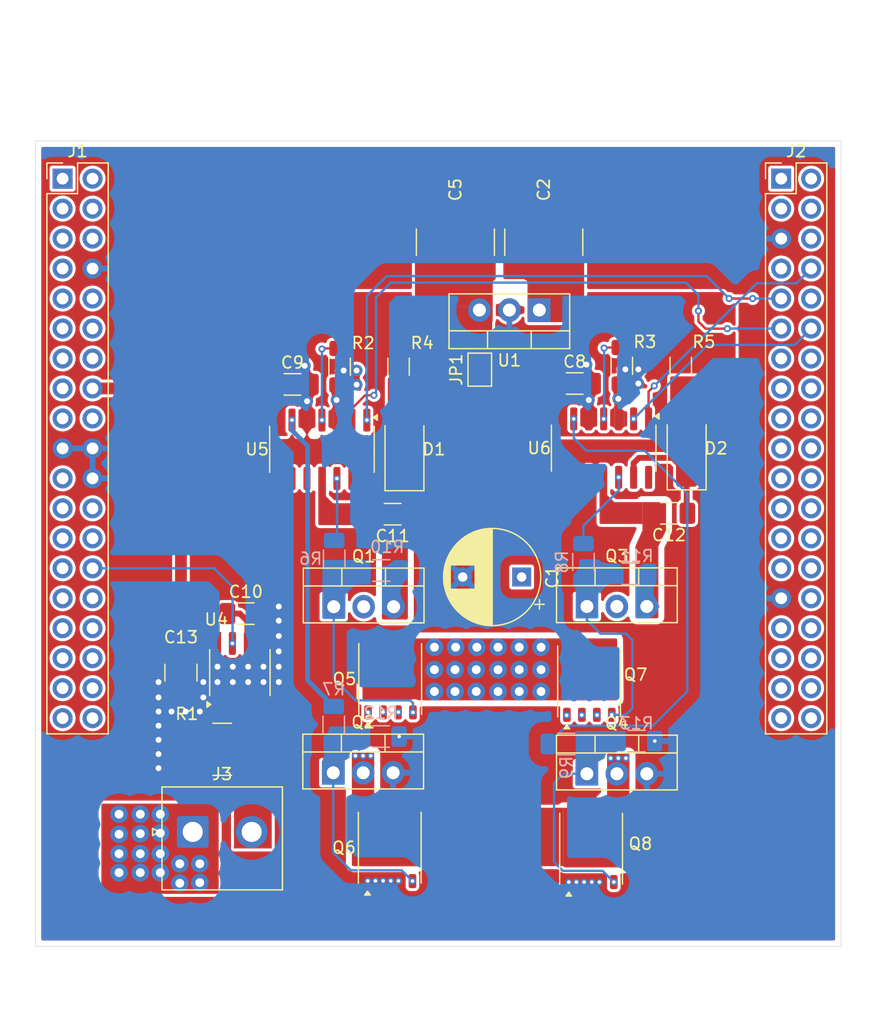
<source format=kicad_pcb>
(kicad_pcb (version 20240108) (generator "pcbnew") (generator_version "8.0")
  (title_block (title "Cosmopilot ESC") (date "2024-12-24") (rev "v0.0.1") (company "Cosmopilot"))
  (layers (0 "F.Cu" signal) (1 "In1.Cu" power "GND") (2 "In2.Cu" power "VCC") (31 "B.Cu" signal) (34 "B.Paste" user) (35 "F.Paste" user) (36 "B.SilkS" user "B.Silkscreen") (37 "F.SilkS" user "F.Silkscreen") (38 "B.Mask" user) (39 "F.Mask" user) (44 "Edge.Cuts" user))
  (net 0 "")
  (net 1 "Net-(Q1-G)")
  (net 2 "M1+")
  (net 3 "+BATT")
  (net 4 "Net-(Q2-G)")
  (net 5 "M1-")
  (net 6 "Net-(Q3-G)")
  (net 7 "GND")
  (net 8 "M1-LIN")
  (net 9 "M1-HIN")
  (net 10 "+10V")
  (net 11 "M1+LIN")
  (net 12 "Net-(D1-K)")
  (net 13 "M1+HIN")
  (net 14 "Net-(JP1-A)")
  (net 15 "+3.3V")
  (net 16 "CURRENT_SENSE1")
  (net 17 "Net-(D1-A)")
  (net 18 "Net-(U4-FILTER)")
  (net 19 "/+5V")
  (net 20 "/VDD")
  (net 21 "/PC12")
  (net 22 "/PD2")
  (net 23 "/PC10")
  (net 24 "/PD1")
  (net 25 "/IOREF")
  (net 26 "/PD5")
  (net 27 "/PB11")
  (net 28 "/PD0")
  (net 29 "/PA15")
  (net 30 "/PA13")
  (net 31 "/NRST")
  (net 32 "/PA14")
  (net 33 "/PD3")
  (net 34 "/PB1")
  (net 35 "/PA1")
  (net 36 "/E5V")
  (net 37 "/PD4")
  (net 38 "/PB12")
  (net 39 "/PC11")
  (net 40 "/PA4")
  (net 41 "/PB8")
  (net 42 "/PB5")
  (net 43 "/PB6")
  (net 44 "/PB4")
  (net 45 "/PA2")
  (net 46 "/PC1")
  (net 47 "/PB2")
  (net 48 "/PC5")
  (net 49 "/5V-USB-CHG")
  (net 50 "/PA5")
  (net 51 "/AVDD")
  (net 52 "/PB13")
  (net 53 "/PA12")
  (net 54 "/PC4")
  (net 55 "/PA3")
  (net 56 "Net-(D2-K)")
  (net 57 "/PD6")
  (net 58 "/PC8")
  (net 59 "/PC7")
  (net 60 "/PB15")
  (net 61 "Net-(D2-A)")
  (net 62 "Net-(J3-Pin_2)")
  (net 63 "/PA10")
  (net 64 "/PA11")
  (net 65 "/PA6")
  (net 66 "/PC0")
  (net 67 "/AGND")
  (net 68 "Net-(U5-DT)")
  (net 69 "/PC9")
  (net 70 "/PB3")
  (net 71 "/PD8")
  (net 72 "/PB9")
  (net 73 "/PD9")
  (net 74 "/PB10")
  (net 75 "/PB14")
  (net 76 "/PC6")
  (net 77 "Net-(Q4-G)")
  (net 78 "Net-(U6-DT)")
  (net 79 "Net-(U5-HO)")
  (net 80 "Net-(U5-LO)")
  (net 81 "Net-(U6-HO)")
  (net 82 "Net-(U6-LO)")
  (net 91 "/PF0")
  (net 92 "/PB7")
  (net 93 "/PF1")
  (net 94 "/VBAT")
  (net 95 "/PC3")
  (net 96 "/PC13")
  (net 97 "/PC15")
  (net 98 "/PC2")
  (net 99 "/PC14")
  (footprint "Capacitor_SMD:C_1206_3216Metric_Pad1.33x1.80mm_HandSolder" (layer "F.Cu") (at 114 96)
    (property "Reference" "C10")
    (property "Value" "C")
  )
  (footprint "Capacitor_SMD:C_1825_4564Metric_Pad1.57x6.80mm_HandSolder" (layer "F.Cu") (at 139.28 64.52 90)
    (property "Reference" "C2")
    (property "Value" "C")
  )
  (footprint "Package_SON:Infineon_PG-TDSON-8_6.15x5.15mm" (layer "F.Cu") (at 143.145 101.75 90)
    (property "Reference" "Q7")
    (property "Value" "CSD18540Q5B")
  )
  (footprint "Package_SO:SOIC-14_3.9x8.7mm_P1.27mm" (layer "F.Cu") (at 144.36 81.975 -90)
    (property "Reference" "U6")
    (property "Value" "~")
  )
  (footprint "Capacitor_SMD:C_1206_3216Metric_Pad1.33x1.80mm_HandSolder" (layer "F.Cu") (at 141.9 76.5)
    (property "Reference" "C8")
    (property "Value" "C")
  )
  (footprint "Package_TO_SOT_THT:TO-220-3_Vertical" (layer "F.Cu") (at 142.94 109.57)
    (property "Reference" "Q4")
    (property "Value" "IRLZ44N")
  )
  (footprint "Package_SO:SOIC-14_3.9x8.7mm_P1.27mm" (layer "F.Cu") (at 120.46 82.075 -90)
    (property "Reference" "U5")
    (property "Value" "~")
  )
  (footprint "Capacitor_SMD:C_1210_3225Metric_Pad1.33x2.70mm_HandSolder" (layer "F.Cu") (at 108.5 101 -90)
    (property "Reference" "C13")
    (property "Value" "C")
  )
  (footprint "Jumper:SolderJumper-2_P1.3mm_Open_TrianglePad1.0x1.5mm" (layer "F.Cu") (at 133.85 75.325 -90)
    (property "Reference" "JP1")
    (property "Value" "10v jump")
  )
  (footprint "Package_TO_SOT_THT:TO-220-3_Vertical" (layer "F.Cu") (at 121.46 95.415)
    (property "Reference" "Q1")
    (property "Value" "IRLZ44N")
  )
  (footprint "Package_SON:Infineon_PG-TDSON-8_6.15x5.15mm" (layer "F.Cu") (at 126.275 101.545 90)
    (property "Reference" "Q5")
    (property "Value" "CSD18540Q5B")
  )
  (footprint "Resistor_SMD:R_2816_7142Metric_Pad3.20x4.45mm_HandSolder" (layer "F.Cu") (at 112 107.5)
    (property "Reference" "R1")
    (property "Value" "R_shunt")
  )
  (footprint "Package_SO:SOIC-8_3.9x4.9mm_P1.27mm" (layer "F.Cu") (at 113.5 101 90)
    (property "Reference" "U4")
    (property "Value" "ACS712xLCTR-30A")
  )
  (footprint "Connector_PinHeader_2.54mm:PinHeader_2x19_P2.54mm_Vertical" (layer "F.Cu") (at 159.42 59.14)
    (property "Reference" "J2")
    (property "Value" "Morph Connector")
  )
  (footprint "Package_TO_SOT_THT:TO-220-3_Vertical" (layer "F.Cu") (at 142.94 95.395)
    (property "Reference" "Q3")
    (property "Value" "IRLZ44N")
  )
  (footprint "Capacitor_THT:CP_Radial_D8.0mm_P5.00mm" (layer "F.Cu") (at 137.402651 92.9 180)
    (property "Reference" "C1")
    (property "Value" "C_Polarized")
  )
  (footprint "Resistor_SMD:R_1206_3216Metric_Pad1.30x1.75mm_HandSolder" (layer "F.Cu") (at 126.96 75.075 -90)
    (property "Reference" "R4")
    (property "Value" "R")
  )
  (footprint "Capacitor_SMD:C_1206_3216Metric_Pad1.33x1.80mm_HandSolder" (layer "F.Cu") (at 126.46 87.575 180)
    (property "Reference" "C11")
    (property "Value" "C")
  )
  (footprint "Resistor_SMD:R_1206_3216Metric_Pad1.30x1.75mm_HandSolder" (layer "F.Cu") (at 121.96 75.075 90)
    (property "Reference" "R2")
    (property "Value" "R")
  )
  (footprint "Package_TO_SOT_THT:TO-220-3_Vertical" (layer "F.Cu") (at 138.9 70.275 180)
    (property "Reference" "U1")
    (property "Value" "LM7810_TO220")
  )
  (footprint "Package_SON:Infineon_PG-TDSON-8_6.15x5.15mm" (layer "F.Cu") (at 126.235 115.84 90)
    (property "Reference" "Q6")
    (property "Value" "CSD18540Q5B")
  )
  (footprint "Capacitor_SMD:C_1206_3216Metric_Pad1.33x1.80mm_HandSolder" (layer "F.Cu") (at 149.9 87.5 180)
    (property "Reference" "C12")
    (property "Value" "C")
  )
  (footprint "Connector_JST:JST_NV_B02P-NV_1x02_P5.00mm_Vertical" (layer "F.Cu") (at 109.5 114.5)
    (property "Reference" "J3")
    (property "Value" "batt input")
  )
  (footprint "Diode_SMD:D_SMA" (layer "F.Cu") (at 151.4 82 90)
    (property "Reference" "D2")
    (property "Value" "SS34")
  )
  (footprint "Resistor_SMD:R_1206_3216Metric_Pad1.30x1.75mm_HandSolder" (layer "F.Cu") (at 150.9 75 -90)
    (property "Reference" "R5")
    (property "Value" "R")
  )
  (footprint "Diode_SMD:D_SMA" (layer "F.Cu") (at 127.46 82.075 90)
    (property "Reference" "D1")
    (property "Value" "SS34")
  )
  (footprint "Connector_PinHeader_2.54mm:PinHeader_2x19_P2.54mm_Vertical" (layer "F.Cu") (at 98.46 59.14)
    (property "Reference" "J1")
    (property "Value" "Morph Connector")
  )
  (footprint "Package_TO_SOT_THT:TO-220-3_Vertical" (layer "F.Cu") (at 121.42 109.485)
    (property "Reference" "Q2")
    (property "Value" "IRLZ44N")
  )
  (footprint "Resistor_SMD:R_1206_3216Metric_Pad1.30x1.75mm_HandSolder" (layer "F.Cu") (at 145.9 75 90)
    (property "Reference" "R3")
    (property "Value" "R")
  )
  (footprint "Capacitor_SMD:C_1825_4564Metric_Pad1.57x6.80mm_HandSolder" (layer "F.Cu") (at 131.78 64.52 90)
    (property "Reference" "C5")
    (property "Value" "C")
  )
  (footprint "Package_SON:Infineon_PG-TDSON-8_6.15x5.15mm" (layer "F.Cu") (at 143.315 115.925 90)
    (property "Reference" "Q8")
    (property "Value" "CSD18540Q5B")
  )
  (footprint "Capacitor_SMD:C_1206_3216Metric_Pad1.33x1.80mm_HandSolder" (layer "F.Cu") (at 117.96 76.575)
    (property "Reference" "C9")
    (property "Value" "C")
  )
  (footprint "Resistor_SMD:R_1206_3216Metric_Pad1.30x1.75mm_HandSolder" (layer "B.Cu") (at 125.46 106.415)
    (property "Reference" "R12")
    (property "Value" "R")
  )
  (footprint "Resistor_SMD:R_1206_3216Metric_Pad1.30x1.75mm_HandSolder" (layer "B.Cu") (at 125.5 92.345)
    (property "Reference" "R10")
    (property "Value" "R")
  )
  (footprint "Resistor_SMD:R_1206_3216Metric_Pad1.30x1.75mm_HandSolder" (layer "B.Cu") (at 121.5 91.345 -90)
    (property "Reference" "R6")
    (property "Value" "R")
  )
  (footprint "Resistor_SMD:R_1206_3216Metric_Pad1.30x1.75mm_HandSolder" (layer "B.Cu") (at 121.46 105.415 -90)
    (property "Reference" "R7")
    (property "Value" "R")
  )
  (footprint "Resistor_SMD:R_1206_3216Metric_Pad1.30x1.75mm_HandSolder" (layer "B.Cu") (at 142.645 91.625 -90)
    (property "Reference" "R8")
    (property "Value" "R")
  )
  (footprint "Resistor_SMD:R_1206_3216Metric_Pad1.30x1.75mm_HandSolder" (layer "B.Cu") (at 146.645 92.625)
    (property "Reference" "R11")
    (property "Value" "R")
  )
  (footprint "Resistor_SMD:R_1206_3216Metric_Pad1.30x1.75mm_HandSolder" (layer "B.Cu") (at 147.145 106.8)
    (property "Reference" "R13")
    (property "Value" "R")
  )
  (footprint "Resistor_SMD:R_1206_3216Metric_Pad1.30x1.75mm_HandSolder" (layer "B.Cu") (at 141.2 107.05)
    (property "Reference" "R9")
    (property "Value" "R")
  )
  (gr_rect (start 96.15 55.95) (end 164.5 124.2) (stroke (width 0.05)) (fill none) (layer "Edge.Cuts"))
  (via (at 128.18 104.37) (size 0.6) (drill 0.3) (layers "F.Cu" "B.Cu") (net 1))
  (segment (start 122.05 92.345) (end 121.5 92.895) (width 0.2) (layer "B.Cu") (net 1))
  (segment (start 121.46 95.415) (end 121.46 101.51) (width 0.2) (layer "B.Cu") (net 1))
  (segment (start 121.5 95.375) (end 121.46 95.415) (width 0.2) (layer "B.Cu") (net 1))
  (segment (start 127.95 103.35) (end 128.18 103.58) (width 0.2) (layer "B.Cu") (net 1))
  (segment (start 128.18 103.58) (end 128.18 104.37) (width 0.2) (layer "B.Cu") (net 1))
  (segment (start 121.46 101.51) (end 123.3 103.35) (width 0.2) (layer "B.Cu") (net 1))
  (segment (start 123.3 103.35) (end 127.95 103.35) (width 0.2) (layer "B.Cu") (net 1))
  (via (at 123.95 108.05) (size 0.6) (drill 0.3) (layers "F.Cu" "B.Cu") (net 2))
  (via (at 126.95 104.35) (size 0.6) (drill 0.3) (layers "F.Cu" "B.Cu") (net 2))
  (via (at 124.37 104.37) (size 0.6) (drill 0.3) (layers "F.Cu" "B.Cu") (net 2))
  (via (at 123.3 108.05) (size 0.6) (drill 0.3) (layers "F.Cu" "B.Cu") (net 2))
  (via (at 124.6 108.05) (size 0.6) (drill 0.3) (layers "F.Cu" "B.Cu") (net 2))
  (via (at 125.65 104.35) (size 0.6) (drill 0.3) (layers "F.Cu" "B.Cu") (net 2))
  (segment (start 127.05 94.905) (end 126.54 95.415) (width 0.2) (layer "B.Cu") (net 2))
  (via (at 135.4 100.75) (size 1.5) (drill 0.75) (layers "F.Cu" "B.Cu") (net 3))
  (via (at 130 102.6) (size 1.5) (drill 0.75) (layers "F.Cu" "B.Cu") (net 3))
  (via (at 106.75 116.35) (size 1.5) (drill 0.75) (layers "F.Cu" "B.Cu") (net 3))
  (via (at 133.6 98.85) (size 1.5) (drill 0.75) (layers "F.Cu" "B.Cu") (net 3))
  (via (at 105.05 113) (size 1.5) (drill 0.75) (layers "F.Cu" "B.Cu") (net 3))
  (via (at 103.25 117.95) (size 1.5) (drill 0.75) (layers "F.Cu" "B.Cu") (net 3))
  (via (at 131.8 98.85) (size 1.5) (drill 0.75) (layers "F.Cu" "B.Cu") (net 3))
  (via (at 103.25 113) (size 1.5) (drill 0.75) (layers "F.Cu" "B.Cu") (net 3))
  (via (at 135.4 98.85) (size 1.5) (drill 0.75) (layers "F.Cu" "B.Cu") (net 3))
  (via (at 131.75 102.6) (size 1.5) (drill 0.75) (layers "F.Cu" "B.Cu") (net 3))
  (via (at 137.2 102.6) (size 1.5) (drill 0.75) (layers "F.Cu" "B.Cu") (net 3))
  (via (at 137.2 100.75) (size 1.5) (drill 0.75) (layers "F.Cu" "B.Cu") (net 3))
  (via (at 103.25 116.35) (size 1.5) (drill 0.75) (layers "F.Cu" "B.Cu") (net 3))
  (via (at 139.05 100.75) (size 1.5) (drill 0.75) (layers "F.Cu" "B.Cu") (net 3))
  (via (at 133.55 100.75) (size 1.5) (drill 0.75) (layers "F.Cu" "B.Cu") (net 3))
  (via (at 110.1 118.8) (size 1.5) (drill 0.75) (layers "F.Cu" "B.Cu") (net 3))
  (via (at 105.05 114.65) (size 1.5) (drill 0.75) (layers "F.Cu" "B.Cu") (net 3))
  (via (at 139.05 98.85) (size 1.5) (drill 0.75) (layers "F.Cu" "B.Cu") (net 3))
  (via (at 106.75 113) (size 1.5) (drill 0.75) (layers "F.Cu" "B.Cu") (net 3))
  (via (at 139.05 102.6) (size 1.5) (drill 0.75) (layers "F.Cu" "B.Cu") (net 3))
  (via (at 103.25 114.7) (size 1.5) (drill 0.75) (layers "F.Cu" "B.Cu") (net 3))
  (via (at 105.05 116.35) (size 1.5) (drill 0.75) (layers "F.Cu" "B.Cu") (net 3))
  (via (at 108.4 117.2) (size 1.5) (drill 0.75) (layers "F.Cu" "B.Cu") (net 3))
  (via (at 106.75 114.6) (size 1.5) (drill 0.75) (layers "F.Cu" "B.Cu") (net 3))
  (via (at 130 98.85) (size 1.5) (drill 0.75) (layers "F.Cu" "B.Cu") (net 3))
  (via (at 131.75 100.75) (size 1.5) (drill 0.75) (layers "F.Cu" "B.Cu") (net 3))
  (via (at 106.75 117.95) (size 1.5) (drill 0.75) (layers "F.Cu" "B.Cu") (net 3))
  (via (at 105.05 117.95) (size 1.5) (drill 0.75) (layers "F.Cu" "B.Cu") (net 3))
  (via (at 135.4 102.6) (size 1.5) (drill 0.75) (layers "F.Cu" "B.Cu") (net 3))
  (via (at 133.55 102.6) (size 1.5) (drill 0.75) (layers "F.Cu" "B.Cu") (net 3))
  (via (at 108.4 118.85) (size 1.5) (drill 0.75) (layers "F.Cu" "B.Cu") (net 3))
  (via (at 110.1 117.2) (size 1.5) (drill 0.75) (layers "F.Cu" "B.Cu") (net 3))
  (via (at 137.2 98.85) (size 1.5) (drill 0.75) (layers "F.Cu" "B.Cu") (net 3))
  (via (at 130 100.75) (size 1.5) (drill 0.75) (layers "F.Cu" "B.Cu") (net 3))
  (via (at 128.14 118.665) (size 0.6) (drill 0.3) (layers "F.Cu" "B.Cu") (net 4))
  (segment (start 121.42 109.485) (end 121.42 116.27) (width 0.2) (layer "B.Cu") (net 4))
  (segment (start 121.42 116.27) (end 122.9 117.75) (width 0.2) (layer "B.Cu") (net 4))
  (segment (start 127.225 117.75) (end 128.14 118.665) (width 0.2) (layer "B.Cu") (net 4))
  (segment (start 122.9 117.75) (end 127.225 117.75) (width 0.2) (layer "B.Cu") (net 4))
  (via (at 145.6 108.25) (size 0.6) (drill 0.3) (layers "F.Cu" "B.Cu") (net 5))
  (via (at 141.22 104.62) (size 0.6) (drill 0.3) (layers "F.Cu" "B.Cu") (net 5))
  (via (at 142.5 104.6) (size 0.6) (drill 0.3) (layers "F.Cu" "B.Cu") (net 5))
  (via (at 143.8 104.6) (size 0.6) (drill 0.3) (layers "F.Cu" "B.Cu") (net 5))
  (via (at 144.95 108.25) (size 0.6) (drill 0.3) (layers "F.Cu" "B.Cu") (net 5))
  (via (at 146.25 108.25) (size 0.6) (drill 0.3) (layers "F.Cu" "B.Cu") (net 5))
  (via (at 145.05 104.575) (size 0.6) (drill 0.3) (layers "F.Cu" "B.Cu") (net 6))
  (segment (start 146.8 98.25) (end 146.8 104) (width 0.2) (layer "B.Cu") (net 6))
  (segment (start 146.25 97.7) (end 146.8 98.25) (width 0.2) (layer "B.Cu") (net 6))
  (segment (start 146.225 104.575) (end 145.05 104.575) (width 0.2) (layer "B.Cu") (net 6))
  (segment (start 142.94 95.395) (end 142.94 96.54) (width 0.2) (layer "B.Cu") (net 6))
  (segment (start 142.94 96.54) (end 144.1 97.7) (width 0.2) (layer "B.Cu") (net 6))
  (segment (start 144.1 97.7) (end 146.25 97.7) (width 0.2) (layer "B.Cu") (net 6))
  (segment (start 146.8 104) (end 146.225 104.575) (width 0.2) (layer "B.Cu") (net 6))
  (segment (start 131.82 62.3425) (end 131.78 62.3825) (width 0.2) (layer "F.Cu") (net 7))
  (segment (start 139.32 62.3425) (end 139.28 62.3825) (width 0.2) (layer "F.Cu") (net 7))
  (via (at 123.4 76.6) (size 1) (drill 0.5) (layers "F.Cu" "B.Cu") (net 7))
  (via (at 121.7 77.9) (size 1) (drill 0.5) (layers "F.Cu" "B.Cu") (net 7))
  (via (at 145.6 77.8) (size 1) (drill 0.5) (layers "F.Cu" "B.Cu") (net 7))
  (via (at 106.6 104.3) (size 1) (drill 0.5) (layers "F.Cu" "B.Cu") (net 7))
  (via (at 114.2 101.8) (size 1) (drill 0.5) (layers "F.Cu" "B.Cu") (net 7))
  (via (at 106.6 109.1) (size 1) (drill 0.5) (layers "F.Cu" "B.Cu") (net 7))
  (via (at 116.8 99.2) (size 1) (drill 0.5) (layers "F.Cu" "B.Cu") (net 7))
  (via (at 116.8 101.8) (size 1) (drill 0.5) (layers "F.Cu" "B.Cu") (net 7))
  (via (at 116.8 97.9) (size 1) (drill 0.5) (layers "F.Cu" "B.Cu") (net 7))
  (via (at 116.8 100.5) (size 1) (drill 0.5) (layers "F.Cu" "B.Cu") (net 7))
  (via (at 141.4 118.75) (size 0.6) (drill 0.3) (layers "F.Cu" "B.Cu") (net 7))
  (via (at 106.6 107.9) (size 1) (drill 0.5) (layers "F.Cu" "B.Cu") (net 7))
  (via (at 124.35 118.65) (size 0.6) (drill 0.3) (layers "F.Cu" "B.Cu") (net 7))
  (via (at 148.695 106.8) (size 0.6) (drill 0.3) (layers "F.Cu" "B.Cu") (net 7))
  (via (at 144 118.75) (size 0.6) (drill 0.3) (layers "F.Cu" "B.Cu") (net 7))
  (via (at 142.05 118.75) (size 0.6) (drill 0.3) (layers "F.Cu" "B.Cu") (net 7))
  (via (at 126.95 118.65) (size 0.6) (drill 0.3) (layers "F.Cu" "B.Cu") (net 7))
  (via (at 106.6 103.1) (size 1) (drill 0.5) (layers "F.Cu" "B.Cu") (net 7))
  (via (at 125.65 118.65) (size 0.6) (drill 0.3) (layers "F.Cu" "B.Cu") (net 7))
  (via (at 110.4 103.1) (size 1) (drill 0.5) (layers "F.Cu" "B.Cu") (net 7))
  (via (at 108.9 104.3) (size 1) (drill 0.5) (layers "F.Cu" "B.Cu") (net 7))
  (via (at 110.4 101.8) (size 1) (drill 0.5) (layers "F.Cu" "B.Cu") (net 7))
  (via (at 110.1 104.3) (size 1) (drill 0.5) (layers "F.Cu" "B.Cu") (net 7))
  (via (at 143.1 77.9) (size 1) (drill 0.5) (layers "F.Cu" "B.Cu") (net 7))
  (via (at 122.3 75.4) (size 1) (drill 0.5) (layers "F.Cu" "B.Cu") (net 7))
  (via (at 119 75) (size 1) (drill 0.5) (layers "F.Cu" "B.Cu") (net 7))
  (via (at 112.9 101.8) (size 1) (drill 0.5) (layers "F.Cu" "B.Cu") (net 7))
  (via (at 142.9 74.9) (size 1) (drill 0.5) (layers "F.Cu" "B.Cu") (net 7))
  (via (at 106.6 106.7) (size 1) (drill 0.5) (layers "F.Cu" "B.Cu") (net 7))
  (via (at 127.01 106.415) (size 0.6) (drill 0.3) (layers "F.Cu" "B.Cu") (net 7))
  (via (at 142.7 118.75) (size 0.6) (drill 0.3) (layers "F.Cu" "B.Cu") (net 7))
  (via (at 147.3 76.5) (size 1) (drill 0.5) (layers "F.Cu" "B.Cu") (net 7))
  (via (at 123.4 75.4) (size 1) (drill 0.5) (layers "F.Cu" "B.Cu") (net 7))
  (via (at 106.6 105.5) (size 1) (drill 0.5) (layers "F.Cu" "B.Cu") (net 7))
  (via (at 106.6 101.8) (size 1) (drill 0.5) (layers "F.Cu" "B.Cu") (net 7))
  (via (at 115.5 100.5) (size 1) (drill 0.5) (layers "F.Cu" "B.Cu") (net 7))
  (via (at 107.7 104.3) (size 1) (drill 0.5) (layers "F.Cu" "B.Cu") (net 7))
  (via (at 116.8 95.4) (size 1) (drill 0.5) (layers "F.Cu" "B.Cu") (net 7))
  (via (at 143.35 118.75) (size 0.6) (drill 0.3) (layers "F.Cu" "B.Cu") (net 7))
  (via (at 125 118.65) (size 0.6) (drill 0.3) (layers "F.Cu" "B.Cu") (net 7))
  (via (at 116.8 96.6) (size 1) (drill 0.5) (layers "F.Cu" "B.Cu") (net 7))
  (via (at 115.5 101.8) (size 1) (drill 0.5) (layers "F.Cu" "B.Cu") (net 7))
  (via (at 114.2 100.5) (size 1) (drill 0.5) (layers "F.Cu" "B.Cu") (net 7))
  (via (at 147.3 75.3) (size 1) (drill 0.5) (layers "F.Cu" "B.Cu") (net 7))
  (via (at 146.2 75.3) (size 1) (drill 0.5) (layers "F.Cu" "B.Cu") (net 7))
  (via (at 111.6 100.5) (size 1) (drill 0.5) (layers "F.Cu" "B.Cu") (net 7))
  (via (at 111.6 101.8) (size 1) (drill 0.5) (layers "F.Cu" "B.Cu") (net 7))
  (via (at 126.3 118.65) (size 0.6) (drill 0.3) (layers "F.Cu" "B.Cu") (net 7))
  (via (at 112.9 100.5) (size 1) (drill 0.5) (layers "F.Cu" "B.Cu") (net 7))
  (via (at 119.2 78) (size 1) (drill 0.5) (layers "F.Cu" "B.Cu") (net 7))
  (via (at 146.9 79.5) (size 0.6) (drill 0.3) (layers "F.Cu" "B.Cu") (net 8))
  (segment (start 160.57 73.23) (end 153.17 73.23) (width 0.2) (layer "B.Cu") (net 8))
  (segment (start 161.96 71.84) (end 160.57 73.23) (width 0.2) (layer "B.Cu") (net 8))
  (segment (start 153.17 73.23) (end 146.9 79.5) (width 0.2) (layer "B.Cu") (net 8))
  (segment (start 148.65 76.7) (end 148.17 77.18) (width 0.2) (layer "F.Cu") (net 9))
  (segment (start 148.17 77.18) (end 148.17 79.5) (width 0.2) (layer "F.Cu") (net 9))
  (via (at 148.65 76.7) (size 0.6) (drill 0.3) (layers "F.Cu" "B.Cu") (net 9))
  (segment (start 160.712761 68.007239) (end 157.342761 68.007239) (width 0.2) (layer "B.Cu") (net 9))
  (segment (start 157.342761 68.007239) (end 148.65 76.7) (width 0.2) (layer "B.Cu") (net 9))
  (segment (start 161.96 66.76) (end 160.712761 68.007239) (width 0.2) (layer "B.Cu") (net 9))
  (segment (start 153 71.85) (end 152.4 71.25) (width 0.2) (layer "F.Cu") (net 11))
  (segment (start 152.4 71.25) (end 152.4 70.35) (width 0.2) (layer "F.Cu") (net 11))
  (segment (start 154.85 71.85) (end 153 71.85) (width 0.2) (layer "F.Cu") (net 11))
  (segment (start 123 78.625001) (end 123 79.6) (width 0.2) (layer "F.Cu") (net 11))
  (segment (start 124.125001 77.5) (end 123 78.625001) (width 0.2) (layer "F.Cu") (net 11))
  (segment (start 124.87 77.5) (end 124.125001 77.5) (width 0.2) (layer "F.Cu") (net 11))
  (via (at 124.87 77.5) (size 0.6) (drill 0.3) (layers "F.Cu" "B.Cu") (net 11))
  (via (at 154.85 71.85) (size 0.6) (drill 0.3) (layers "F.Cu" "B.Cu") (net 11))
  (via (at 152.4 70.35) (size 0.6) (drill 0.3) (layers "F.Cu" "B.Cu") (net 11))
  (segment (start 151.35 67.95) (end 126.3 67.95) (width 0.2) (layer "B.Cu") (net 11))
  (segment (start 154.86 71.84) (end 154.85 71.85) (width 0.2) (layer "B.Cu") (net 11))
  (segment (start 152.4 70.35) (end 152.4 69) (width 0.2) (layer "B.Cu") (net 11))
  (segment (start 125.05 77.32) (end 124.87 77.5) (width 0.2) (layer "B.Cu") (net 11))
  (segment (start 125.05 69.2) (end 125.05 77.32) (width 0.2) (layer "B.Cu") (net 11))
  (segment (start 159.42 71.84) (end 154.86 71.84) (width 0.2) (layer "B.Cu") (net 11))
  (segment (start 152.4 69) (end 151.35 67.95) (width 0.2) (layer "B.Cu") (net 11))
  (segment (start 126.3 67.95) (end 125.05 69.2) (width 0.2) (layer "B.Cu") (net 11))
  (segment (start 126.435 83.05) (end 123.525001 83.05) (width 0.5) (layer "F.Cu") (net 12))
  (segment (start 123.525001 83.05) (end 123 83.575001) (width 0.5) (layer "F.Cu") (net 12))
  (segment (start 127.46 84.075) (end 126.435 83.05) (width 0.5) (layer "F.Cu") (net 12))
  (segment (start 123 83.575001) (end 123 84.55) (width 0.5) (layer "F.Cu") (net 12))
  (segment (start 127.46 84.075) (end 128.0225 84.6375) (width 0.5) (layer "F.Cu") (net 12))
  (segment (start 128.0225 84.6375) (end 128.0225 87.575) (width 0.5) (layer "F.Cu") (net 12))
  (segment (start 157 69.3) (end 155 69.3) (width 0.2) (layer "F.Cu") (net 13))
  (via (at 155 69.3) (size 0.6) (drill 0.3) (layers "F.Cu" "B.Cu") (net 13))
  (via (at 124.27 79.6) (size 0.6) (drill 0.3) (layers "F.Cu" "B.Cu") (net 13))
  (via (at 157 69.3) (size 0.6) (drill 0.3) (layers "F.Cu" "B.Cu") (net 13))
  (segment (start 125.95 67.4) (end 124.27 69.08) (width 0.2) (layer "B.Cu") (net 13))
  (segment (start 155 69.3) (end 153.1 67.4) (width 0.2) (layer "B.Cu") (net 13))
  (segment (start 153.1 67.4) (end 125.95 67.4) (width 0.2) (layer "B.Cu") (net 13))
  (segment (start 159.42 69.3) (end 157 69.3) (width 0.2) (layer "B.Cu") (net 13))
  (segment (start 124.27 69.08) (end 124.27 79.6) (width 0.2) (layer "B.Cu") (net 13))
  (segment (start 108.5 81.65) (end 108.5 99.4375) (width 1) (layer "F.Cu") (net 15))
  (segment (start 101 76.92) (end 103.77 76.92) (width 1) (layer "F.Cu") (net 15))
  (segment (start 103.77 76.92) (end 108.5 81.65) (width 1) (layer "F.Cu") (net 15))
  (via (at 112.865 98.525) (size 0.6) (drill 0.3) (layers "F.Cu" "B.Cu") (net 16))
  (segment (start 112.88 98.51) (end 112.865 98.525) (width 0.2) (layer "B.Cu") (net 16))
  (segment (start 111.32 92.16) (end 112.88 93.72) (width 0.2) (layer "B.Cu") (net 16))
  (segment (start 101 92.16) (end 111.32 92.16) (width 0.2) (layer "B.Cu") (net 16))
  (segment (start 112.88 93.72) (end 112.88 98.51) (width 0.2) (layer "B.Cu") (net 16))
  (segment (start 114.135 96.635) (end 113.5 96) (width 0.5) (layer "F.Cu") (net 18))
  (segment (start 113.5 96) (end 112.4375 96) (width 0.5) (layer "F.Cu") (net 18))
  (segment (start 114.135 98.525) (end 114.135 96.635) (width 0.5) (layer "F.Cu") (net 18))
  (segment (start 147.35 82.8) (end 150.2 82.8) (width 0.5) (layer "F.Cu") (net 56))
  (segment (start 146.9 84.45) (end 146.9 83.25) (width 0.5) (layer "F.Cu") (net 56))
  (segment (start 150.2 82.8) (end 151.4 84) (width 0.5) (layer "F.Cu") (net 56))
  (segment (start 146.9 83.25) (end 147.35 82.8) (width 0.5) (layer "F.Cu") (net 56))
  (segment (start 151.4 84) (end 151.4 87.4375) (width 0.5) (layer "F.Cu") (net 56))
  (segment (start 151.4 87.4375) (end 151.4625 87.5) (width 0.5) (layer "F.Cu") (net 56))
  (segment (start 121.96 73.525) (end 120.51 73.525) (width 0.2) (layer "F.Cu") (net 68))
  (segment (start 120.51 73.525) (end 120.46 73.575) (width 0.2) (layer "F.Cu") (net 68))
  (via (at 120.46 73.575) (size 0.6) (drill 0.3) (layers "F.Cu" "B.Cu") (net 68))
  (via (at 120.46 79.6) (size 0.6) (drill 0.3) (layers "F.Cu" "B.Cu") (net 68))
  (segment (start 120.46 73.575) (end 120.46 79.6) (width 0.2) (layer "B.Cu") (net 68))
  (via (at 145.22 118.75) (size 0.6) (drill 0.3) (layers "F.Cu" "B.Cu") (net 77))
  (segment (start 140.93 109.57) (end 140.15 110.35) (width 0.2) (layer "B.Cu") (net 77))
  (segment (start 144.27 117.8) (end 145.22 118.75) (width 0.2) (layer "B.Cu") (net 77))
  (segment (start 142.94 109.57) (end 140.93 109.57) (width 0.2) (layer "B.Cu") (net 77))
  (segment (start 140.15 117.05) (end 140.9 117.8) (width 0.2) (layer "B.Cu") (net 77))
  (segment (start 140.9 117.8) (end 144.27 117.8) (width 0.2) (layer "B.Cu") (net 77))
  (segment (start 140.15 110.35) (end 140.15 117.05) (width 0.2) (layer "B.Cu") (net 77))
  (segment (start 144.45 73.45) (end 144.4 73.5) (width 0.2) (layer "F.Cu") (net 78))
  (segment (start 145.9 73.45) (end 144.45 73.45) (width 0.2) (layer "F.Cu") (net 78))
  (via (at 144.36 79.5) (size 0.6) (drill 0.3) (layers "F.Cu" "B.Cu") (net 78))
  (via (at 144.4 73.5) (size 0.6) (drill 0.3) (layers "F.Cu" "B.Cu") (net 78))
  (segment (start 144.4 73.5) (end 144.4 79.46) (width 0.2) (layer "B.Cu") (net 78))
  (segment (start 144.4 79.46) (end 144.36 79.5) (width 0.2) (layer "B.Cu") (net 78))
  (via (at 121.73 84.55) (size 0.6) (drill 0.3) (layers "F.Cu" "B.Cu") (net 79))
  (segment (start 121.75 89.545) (end 121.75 84.57) (width 0.2) (layer "B.Cu") (net 79))
  (segment (start 121.75 84.57) (end 121.73 84.55) (width 0.2) (layer "B.Cu") (net 79))
  (segment (start 121.5 89.795) (end 121.75 89.545) (width 0.2) (layer "B.Cu") (net 79))
  (via (at 117.92 79.6) (size 0.6) (drill 0.3) (layers "F.Cu" "B.Cu") (net 80))
  (segment (start 121.46 103.865) (end 119.25 101.655) (width 0.4) (layer "B.Cu") (net 80))
  (segment (start 117.92 80.47) (end 117.92 79.6) (width 0.4) (layer "B.Cu") (net 80))
  (segment (start 119.25 101.655) (end 119.25 81.8) (width 0.4) (layer "B.Cu") (net 80))
  (segment (start 119.25 81.8) (end 117.92 80.47) (width 0.4) (layer "B.Cu") (net 80))
  (via (at 145.63 84.45) (size 0.6) (drill 0.3) (layers "F.Cu" "B.Cu") (net 81))
  (segment (start 142.645 90.075) (end 142.645 88.555) (width 0.2) (layer "B.Cu") (net 81))
  (segment (start 145.65 85.55) (end 145.65 84.47) (width 0.2) (layer "B.Cu") (net 81))
  (segment (start 142.645 88.555) (end 145.65 85.55) (width 0.2) (layer "B.Cu") (net 81))
  (segment (start 145.65 84.47) (end 145.63 84.45) (width 0.2) (layer "B.Cu") (net 81))
  (via (at 141.82 79.5) (size 0.6) (drill 0.3) (layers "F.Cu" "B.Cu") (net 82))
  (segment (start 151.45 102.6) (end 151.45 85.8) (width 0.2) (layer "B.Cu") (net 82))
  (segment (start 139.65 107.05) (end 141.2 105.5) (width 0.2) (layer "B.Cu") (net 82))
  (segment (start 141.2 105.5) (end 148.55 105.5) (width 0.2) (layer "B.Cu") (net 82))
  (segment (start 142.9 82.2) (end 141.82 81.12) (width 0.2) (layer "B.Cu") (net 82))
  (segment (start 147.85 82.2) (end 142.9 82.2) (width 0.2) (layer "B.Cu") (net 82))
  (segment (start 148.55 105.5) (end 151.45 102.6) (width 0.2) (layer "B.Cu") (net 82))
  (segment (start 141.82 81.12) (end 141.82 79.5) (width 0.2) (layer "B.Cu") (net 82))
  (segment (start 151.45 85.8) (end 147.85 82.2) (width 0.2) (layer "B.Cu") (net 82))
  (zone (net 7) (net_name "GND") (layer "F.Cu") (priority 2) (connect_pads yes (clearance 0.025)) (min_thickness 0.025) (fill yes (thermal_gap 0.5) (thermal_bridge_width 0.5))
    (polygon (pts (xy 106.1 101.5) (xy 113.2 101.5) (xy 113.2 104.4) (xy 112.1 105.2) (xy 111 105.2) (xy 111 109.8) (xy 106.1 109.8)))
  )
  (zone (net 5) (net_name "M1-") (layer "F.Cu") (priority 19) (connect_pads yes (clearance 0.5)) (min_thickness 0.25) (fill yes (thermal_gap 0.5) (thermal_bridge_width 0.5))
    (polygon (pts (xy 146.55 107.85) (xy 146.55 117.5) (xy 140.95 117.5) (xy 140.95 112.5) (xy 143.5 112.5) (xy 144.65 111.35) (xy 144.65 107.85)))
  )
  (zone (net 5) (net_name "M1-") (layer "F.Cu") (priority 9) (connect_pads yes (clearance 0.025)) (min_thickness 0.25) (fill yes (thermal_gap 0.5) (thermal_bridge_width 0.5) (island_removal_mode 1) (island_area_min 10))
    (polygon (pts (xy 144.01 83.45) (xy 144.01 88.4) (xy 149.41 88.4) (xy 149.41 86.55) (xy 145.26 86.55) (xy 144.66 85.95) (xy 144.66 83.45)))
  )
  (zone (net 5) (net_name "M1-") (layer "F.Cu") (priority 17) (connect_pads yes (clearance 0.5)) (min_thickness 0.25) (fill yes (thermal_gap 0.5) (thermal_bridge_width 0.5))
    (polygon (pts (xy 149.65 86.55) (xy 149.65 88.95) (xy 149 90.3) (xy 149 96.4) (xy 147.05 96.4) (xy 147.05 90.3) (xy 147.65 88.95) (xy 147.65 86.55)))
  )
  (zone (net 17) (net_name "Net-(D1-A)") (layer "F.Cu") (priority 12) (connect_pads yes (clearance 0.025)) (min_thickness 0.25) (fill yes (thermal_gap 0.5) (thermal_bridge_width 0.5) (island_removal_mode 1) (island_area_min 10))
    (polygon (pts (xy 126.05 76) (xy 128.4 76) (xy 128.4 81.3) (xy 126.05 81.3)))
  )
  (zone (net 62) (net_name "Net-(J3-Pin_2)") (layer "F.Cu") (priority 12) (connect_pads yes (clearance 0.025)) (min_thickness 0.025) (fill yes (thermal_gap 0.5) (thermal_bridge_width 0.5))
    (polygon (pts (xy 113.8 102.5) (xy 116.2 102.5) (xy 116.2 115.9) (xy 113 115.9) (xy 113 105.2) (xy 113.8 104.6)))
  )
  (zone (net 2) (net_name "M1+") (layer "F.Cu") (priority 19) (connect_pads yes (clearance 0.5)) (min_thickness 0.25) (fill yes (thermal_gap 0.5) (thermal_bridge_width 0.5))
    (polygon (pts (xy 123 107.75) (xy 123 117.4) (xy 128.6 117.4) (xy 128.6 112.4) (xy 126.05 112.4) (xy 124.9 111.25) (xy 124.9 107.75)))
  )
  (zone (net 2) (net_name "M1+") (layer "F.Cu") (priority 17) (connect_pads yes (clearance 0.5)) (min_thickness 0.25) (fill yes (thermal_gap 0.5) (thermal_bridge_width 0.5))
    (polygon (pts (xy 124.2 86.65) (xy 124.2 89.05) (xy 125.55 90.4) (xy 125.55 96.5) (xy 127.75 96.5) (xy 127.75 90.4) (xy 126.2 89.05) (xy 126.2 86.65)))
  )
  (zone (net 3) (net_name "+BATT") (layer "F.Cu") (priority 8) (connect_pads yes (clearance 0.025)) (min_thickness 0.25) (fill yes (thermal_gap 0.5) (thermal_bridge_width 0.5))
    (polygon (pts (xy 111.7 112.1) (xy 101.75 112.1) (xy 101.75 119.75) (xy 111.7 119.75)))
  )
  (zone (net 14) (net_name "Net-(JP1-A)") (layer "F.Cu") (priority 12) (connect_pads yes (clearance 0.025)) (min_thickness 0.25) (fill yes (thermal_gap 0.5) (thermal_bridge_width 0.5) (island_removal_mode 1) (island_area_min 10))
    (polygon (pts (xy 128.35 65.8) (xy 128.35 71.3) (xy 134.95 71.3) (xy 134.95 67.85) (xy 135.2 67.65) (xy 135.2 65.8)))
  )
  (zone (net 7) (net_name "GND") (layer "F.Cu") (priority 5) (connect_pads yes (clearance 0.025)) (min_thickness 0.025) (fill yes (thermal_gap 0.5) (thermal_bridge_width 0.5))
    (polygon (pts (xy 110.8 100.5) (xy 113.75 100.5) (xy 114.9 99.5) (xy 117.3 99.5) (xy 117.4 102.3) (xy 110.8 102.4)))
  )
  (zone (net 5) (net_name "M1-") (layer "F.Cu") (priority 14) (connect_pads yes (clearance 0.025)) (min_thickness 0.025) (fill yes (thermal_gap 0.5) (thermal_bridge_width 0.5))
    (polygon (pts (xy 144 112.45) (xy 135.2 112.45) (xy 135.2 118.35) (xy 138.25 118.35) (xy 138.25 117.4) (xy 144 117.4)))
  )
  (zone (net 7) (net_name "GND") (layer "F.Cu") (priority 7) (connect_pads yes (clearance 0.025)) (min_thickness 0.25) (fill yes (thermal_gap 0.5) (thermal_bridge_width 0.5))
    (polygon (pts (xy 142.8 80.5) (xy 142.8 78.6) (xy 142.6 78.4) (xy 142.6 74.4) (xy 144.5 74.4) (xy 144.9 74.8) (xy 147.8 74.8) (xy 147.8 77) (xy 146.8 77) (xy 146.1 77.7) (xy 146.1 80.5) (xy 145.3 80.5) (xy 145.3 78.4) (xy 143.4 78.4) (xy 143.4 80.5)))
  )
  (zone (net 14) (net_name "Net-(JP1-A)") (layer "F.Cu") (priority 14) (connect_pads yes (clearance 0.025)) (min_thickness 0.25) (fill yes (thermal_gap 0.5) (thermal_bridge_width 0.5) (island_removal_mode 1) (island_area_min 10))
    (polygon (pts (xy 134.9 75.1) (xy 134.9 69.95) (xy 132.1 69.95) (xy 132.15 75.1)))
  )
  (zone (net 7) (net_name "GND") (layer "F.Cu") (priority 1) (connect_pads yes (clearance 0.25)) (min_thickness 0.25) (fill yes (thermal_gap 0.5) (thermal_bridge_width 0.5))
    (polygon (pts (xy 94.8 54.4) (xy 166.4 54.4) (xy 166.95 127.25) (xy 94.45 127.35)))
  )
  (zone (net 15) (net_name "+3.3V") (layer "F.Cu") (priority 6) (connect_pads yes (clearance 0.025)) (min_thickness 0.025) (fill yes (thermal_gap 0.5) (thermal_bridge_width 0.5))
    (polygon (pts (xy 107.15 100.1) (xy 110.5 100.1) (xy 111.9 99.5) (xy 111.9 97.55) (xy 111.3 97.55) (xy 110.5 98) (xy 107.15 98)))
  )
  (zone (net 7) (net_name "GND") (layer "F.Cu") (priority 7) (connect_pads yes (clearance 0.025)) (min_thickness 0.25) (fill yes (thermal_gap 0.5) (thermal_bridge_width 0.5))
    (polygon (pts (xy 118.9 80.6) (xy 118.9 78.7) (xy 118.7 78.5) (xy 118.7 74.5) (xy 120.6 74.5) (xy 121 74.9) (xy 123.9 74.9) (xy 123.9 77.1) (xy 122.9 77.1) (xy 122.2 77.8) (xy 122.2 80.6) (xy 121.4 80.6) (xy 121.4 78.5) (xy 119.5 78.5) (xy 119.5 80.6)))
  )
  (zone (net 3) (net_name "+BATT") (layer "F.Cu") (priority 12) (connect_pads yes (clearance 0.025)) (min_thickness 0.25) (fill yes (thermal_gap 0.5) (thermal_bridge_width 0.5) (island_removal_mode 1) (island_area_min 10))
    (polygon (pts (xy 135.85 65.85) (xy 142.7 65.85) (xy 142.7 71.3) (xy 137.9 71.3) (xy 137.9 67.85) (xy 137.6 67.65) (xy 135.85 67.65)))
  )
  (zone (net 61) (net_name "Net-(D2-A)") (layer "F.Cu") (priority 12) (connect_pads yes (clearance 0.025)) (min_thickness 0.25) (fill yes (thermal_gap 0.5) (thermal_bridge_width 0.5) (island_removal_mode 1) (island_area_min 10))
    (polygon (pts (xy 150 75.9) (xy 152.35 75.9) (xy 152.35 81.2) (xy 150 81.2)))
  )
  (zone (net 3) (net_name "+BATT") (layer "F.Cu") (priority 15) (connect_pads thru_hole_only (clearance 0.5)) (min_thickness 0.25) (fill yes (thermal_gap 0.5) (thermal_bridge_width 0.5))
    (polygon (pts (xy 123.9 98.1) (xy 145.5 98.1) (xy 145.55 103.35) (xy 123.9 103.35)))
  )
  (zone (net 2) (net_name "M1+") (layer "F.Cu") (priority 9) (connect_pads yes (clearance 0.025)) (min_thickness 0.25) (fill yes (thermal_gap 0.5) (thermal_bridge_width 0.5) (island_removal_mode 1) (island_area_min 10))
    (polygon (pts (xy 120.15 83.55) (xy 120.15 88.5) (xy 125.55 88.5) (xy 125.55 86.65) (xy 121.4 86.65) (xy 120.8 86.05) (xy 120.8 83.55)))
  )
  (zone (net 7) (net_name "GND") (layer "F.Cu") (priority 3) (connect_pads yes (clearance 0.025)) (min_thickness 0.025) (fill yes (thermal_gap 0.5) (thermal_bridge_width 0.5))
    (polygon (pts (xy 114.9 94.9) (xy 117.3 94.9) (xy 117.3 99.5) (xy 114.9 99.5)))
  )
  (zone (net 10) (net_name "+10V") (layer "F.Cu") (priority 11) (connect_pads yes (clearance 0.25)) (min_thickness 0.25) (fill yes (thermal_gap 0.5) (thermal_bridge_width 0.5))
    (polygon (pts (xy 115 80.95) (xy 115 68.75) (xy 155.55 68.75) (xy 155.55 81)))
  )
  (zone (net 2) (net_name "M1+") (layer "F.Cu") (priority 14) (connect_pads yes (clearance 0.025)) (min_thickness 0.025) (fill yes (thermal_gap 0.5) (thermal_bridge_width 0.5))
    (polygon (pts (xy 123.95 112.4) (xy 132.75 112.4) (xy 132.75 118.3) (xy 129.7 118.3) (xy 129.7 117.35) (xy 123.95 117.35)))
  )
  (zone (net 6) (net_name "Net-(Q3-G)") (layer "B.Cu") (priority 10) (connect_pads yes (clearance 0.025)) (min_thickness 0.25) (fill yes (thermal_gap 0.5) (thermal_bridge_width 0.5) (island_removal_mode 1) (island_area_min 10))
    (polygon (pts (xy 141.95 96.4) (xy 141.95 91.4) (xy 146.05 91.4) (xy 146.05 93.5) (xy 144.75 93.5) (xy 143.9 94.35) (xy 143.9 96.4)))
  )
  (zone (net 77) (net_name "Net-(Q4-G)") (layer "B.Cu") (priority 12) (connect_pads yes (clearance 0.025)) (min_thickness 0.25) (fill yes (thermal_gap 0.5) (thermal_bridge_width 0.5) (island_removal_mode 1) (island_area_min 10))
    (polygon (pts (xy 146.25 105.95) (xy 142 105.95) (xy 141.95 110.6) (xy 143.9 110.6) (xy 143.9 108.55) (xy 146.25 107.3)))
  )
  (zone (net 7) (net_name "GND") (layer "B.Cu") (priority 20) (connect_pads (clearance 1)) (min_thickness 0.5) (fill yes (thermal_gap 0.5) (thermal_bridge_width 0.5))
    (polygon (pts (xy 93.4 52.25) (xy 166.9 52.25) (xy 167.3 127.85) (xy 93.15 130.8)))
  )
  (zone (net 1) (net_name "Net-(Q1-G)") (layer "B.Cu") (priority 10) (connect_pads yes (clearance 0.025)) (min_thickness 0.25) (fill yes (thermal_gap 0.5) (thermal_bridge_width 0.5) (island_removal_mode 1) (island_area_min 10))
    (polygon (pts (xy 120.5 96.45) (xy 120.5 91.45) (xy 124.6 91.45) (xy 124.6 93.55) (xy 123.3 93.55) (xy 122.45 94.4) (xy 122.45 96.45)))
  )
  (zone (net 4) (net_name "Net-(Q2-G)") (layer "B.Cu") (priority 12) (connect_pads yes (clearance 0.025)) (min_thickness 0.25) (fill yes (thermal_gap 0.5) (thermal_bridge_width 0.5) (island_removal_mode 1) (island_area_min 10))
    (polygon (pts (xy 124.55 105.55) (xy 120.45 105.55) (xy 120.45 110.5) (xy 122.4 110.5) (xy 122.4 108.45) (xy 124.55 107.25)))
  )
  (zone (net 5) (net_name "M1-") (layer "B.Cu") (priority 18) (connect_pads yes (clearance 0.5)) (min_thickness 0.25) (fill yes (thermal_gap 0.5) (thermal_bridge_width 0.5))
    (polygon (pts (xy 149.25 91.35) (xy 147.05 91.35) (xy 147.05 96.4) (xy 149.25 96.4)))
  )
  (zone (net 2) (net_name "M1+") (layer "B.Cu") (priority 18) (connect_pads yes (clearance 0.025)) (min_thickness 0.25) (fill yes (thermal_gap 0.5) (thermal_bridge_width 0.5))
    (polygon (pts (xy 125.55 91.45) (xy 127.75 91.45) (xy 127.75 96.5) (xy 125.55 96.5)))
  )
)
</source>
